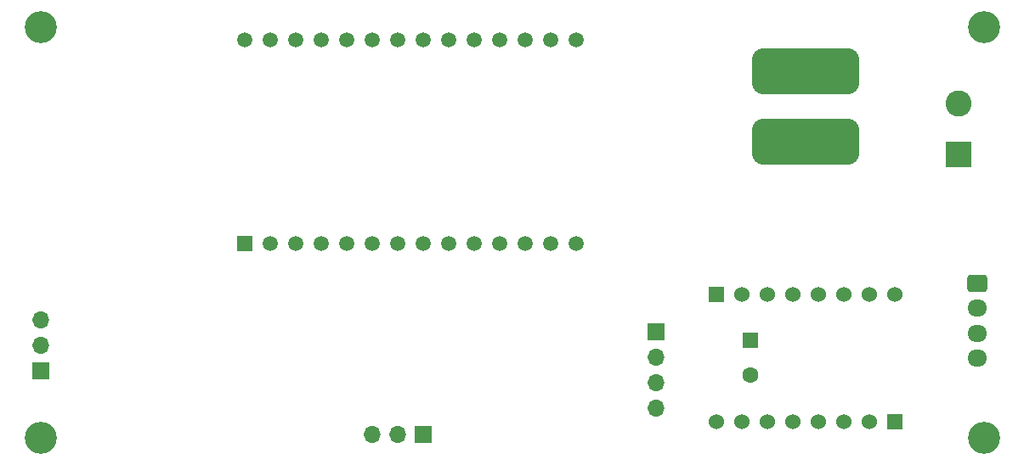
<source format=gbr>
%TF.GenerationSoftware,KiCad,Pcbnew,7.0.7*%
%TF.CreationDate,2023-10-10T20:27:37+07:00*%
%TF.ProjectId,Audio_Classifier_Bin,41756469-6f5f-4436-9c61-737369666965,rev?*%
%TF.SameCoordinates,Original*%
%TF.FileFunction,Soldermask,Bot*%
%TF.FilePolarity,Negative*%
%FSLAX46Y46*%
G04 Gerber Fmt 4.6, Leading zero omitted, Abs format (unit mm)*
G04 Created by KiCad (PCBNEW 7.0.7) date 2023-10-10 20:27:37*
%MOMM*%
%LPD*%
G01*
G04 APERTURE LIST*
G04 Aperture macros list*
%AMRoundRect*
0 Rectangle with rounded corners*
0 $1 Rounding radius*
0 $2 $3 $4 $5 $6 $7 $8 $9 X,Y pos of 4 corners*
0 Add a 4 corners polygon primitive as box body*
4,1,4,$2,$3,$4,$5,$6,$7,$8,$9,$2,$3,0*
0 Add four circle primitives for the rounded corners*
1,1,$1+$1,$2,$3*
1,1,$1+$1,$4,$5*
1,1,$1+$1,$6,$7*
1,1,$1+$1,$8,$9*
0 Add four rect primitives between the rounded corners*
20,1,$1+$1,$2,$3,$4,$5,0*
20,1,$1+$1,$4,$5,$6,$7,0*
20,1,$1+$1,$6,$7,$8,$9,0*
20,1,$1+$1,$8,$9,$2,$3,0*%
G04 Aperture macros list end*
%ADD10R,1.700000X1.700000*%
%ADD11O,1.700000X1.700000*%
%ADD12C,3.200000*%
%ADD13RoundRect,0.250000X-0.725000X0.600000X-0.725000X-0.600000X0.725000X-0.600000X0.725000X0.600000X0*%
%ADD14O,1.950000X1.700000*%
%ADD15R,2.600000X2.600000*%
%ADD16C,2.600000*%
%ADD17R,1.508000X1.508000*%
%ADD18C,1.508000*%
%ADD19R,1.600000X1.600000*%
%ADD20C,1.600000*%
%ADD21R,1.524000X1.524000*%
%ADD22C,1.524000*%
%ADD23RoundRect,1.143000X-4.201000X1.143000X-4.201000X-1.143000X4.201000X-1.143000X4.201000X1.143000X0*%
G04 APERTURE END LIST*
D10*
%TO.C,J2*%
X99478680Y-111848680D03*
D11*
X99478680Y-109308680D03*
X99478680Y-106768680D03*
%TD*%
D12*
%TO.C,H3*%
X99478680Y-118528680D03*
%TD*%
D13*
%TO.C,J5*%
X192838680Y-103078680D03*
D14*
X192838680Y-105578680D03*
X192838680Y-108078680D03*
X192838680Y-110578680D03*
%TD*%
D15*
%TO.C,J3*%
X190918680Y-90258680D03*
D16*
X190918680Y-85178680D03*
%TD*%
D10*
%TO.C,J4*%
X160838680Y-107908680D03*
D11*
X160838680Y-110448680D03*
X160838680Y-112988680D03*
X160838680Y-115528680D03*
%TD*%
D10*
%TO.C,J1*%
X137578680Y-118198680D03*
D11*
X135038680Y-118198680D03*
X132498680Y-118198680D03*
%TD*%
D17*
%TO.C,U1*%
X119798680Y-99148680D03*
D18*
X122338680Y-99148680D03*
X124878680Y-99148680D03*
X127418680Y-99148680D03*
X129958680Y-99148680D03*
X132498680Y-99148680D03*
X135038680Y-99148680D03*
X137578680Y-99148680D03*
X140118680Y-99148680D03*
X142658680Y-99148680D03*
X145198680Y-99148680D03*
X147738680Y-99148680D03*
X150278680Y-99148680D03*
X152818680Y-99148680D03*
X152818680Y-78828680D03*
X150278680Y-78828680D03*
X147738680Y-78828680D03*
X145198680Y-78828680D03*
X142658680Y-78828680D03*
X140118680Y-78828680D03*
X137578680Y-78828680D03*
X135038680Y-78828680D03*
X132498680Y-78828680D03*
X129958680Y-78828680D03*
X127418680Y-78828680D03*
X124878680Y-78828680D03*
X122338680Y-78828680D03*
X119798680Y-78828680D03*
%TD*%
D19*
%TO.C,C1*%
X170180000Y-108778680D03*
D20*
X170180000Y-112278680D03*
%TD*%
D21*
%TO.C,U2*%
X184568680Y-116928680D03*
D22*
X182028680Y-116928680D03*
X179488680Y-116928680D03*
X176948680Y-116928680D03*
X174408680Y-116928680D03*
X171868680Y-116928680D03*
X169328680Y-116928680D03*
X166788680Y-116928680D03*
D21*
X166788680Y-104228680D03*
D22*
X169328680Y-104228680D03*
X171868680Y-104228680D03*
X174408680Y-104228680D03*
X176948680Y-104228680D03*
X179488680Y-104228680D03*
X182028680Y-104228680D03*
X184568680Y-104228680D03*
%TD*%
D12*
%TO.C,H1*%
X99478680Y-77558680D03*
%TD*%
D23*
%TO.C,SW1*%
X175678680Y-88988680D03*
X175678680Y-81988680D03*
%TD*%
D12*
%TO.C,H4*%
X193458680Y-118528680D03*
%TD*%
%TO.C,H2*%
X193458680Y-77558680D03*
%TD*%
M02*

</source>
